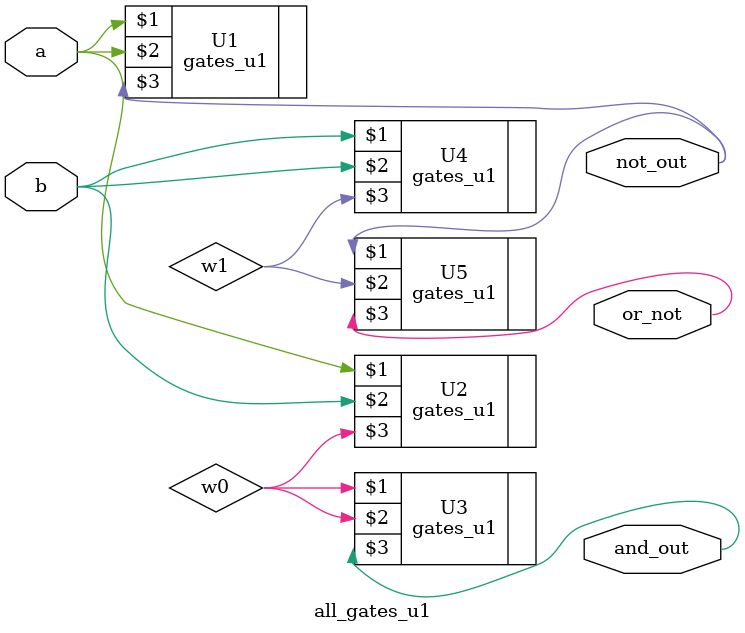
<source format=sv>
module all_gates_u1(input a,b,output not_out,and_out,or_not);
wire w0,w1;
//NOT
gates_u1 U1(a,a,not_out);
//AND
gates_u1 U2(a,b,w0);
gates_u1 U3(w0,w0,and_out);
//OR
gates_u1 U4(b,b,w1);
gates_u1 U5(not_out,w1,or_not);
 
endmodule

</source>
